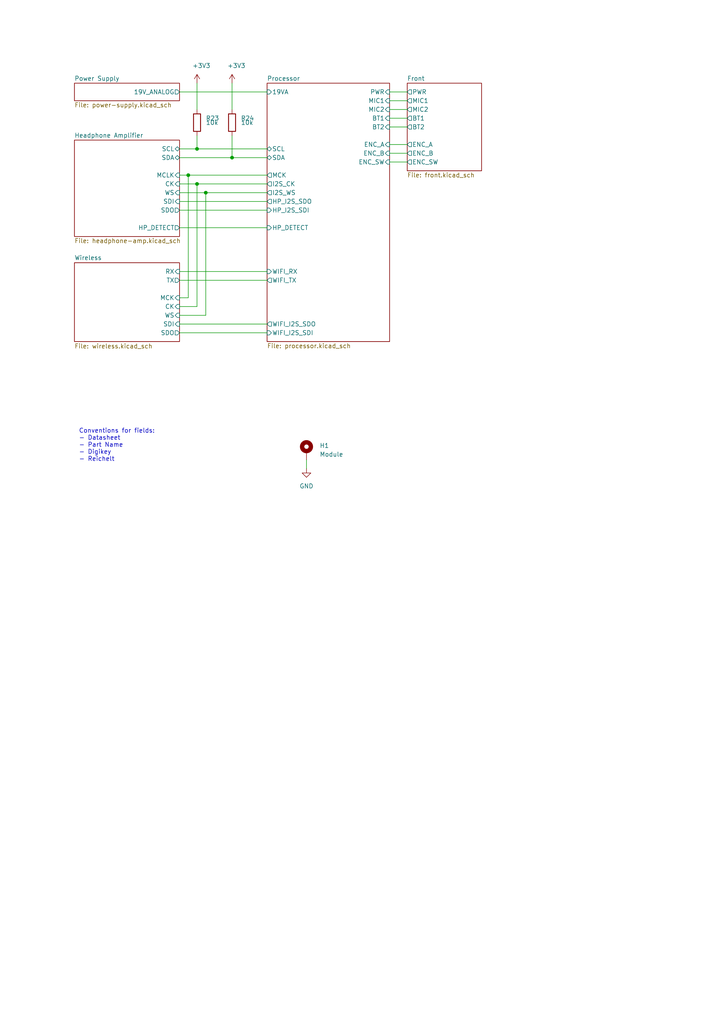
<source format=kicad_sch>
(kicad_sch (version 20210621) (generator eeschema)
  (paper "A4" portrait)
  (lib_symbols
    (symbol "Device:R" (pin_numbers hide) (pin_names (offset 0))
      (property "Reference" "R" (at 2.032 0 90))
      (property "Value" "R" (at 0 0 90))
      (symbol "R_0_1"
        (rectangle (start -1.016 -2.54) (end 1.016 2.54) (stroke (width 0.254)))
      )
      (symbol "R_1_1"
        (pin passive line (at 0 3.81 270) (length 1.27) (name "~") (number "1"))
        (pin passive line (at 0 -3.81 90) (length 1.27) (name "~") (number "2"))
      )
    )
    (symbol "Mechanical:MountingHole_Pad" (pin_numbers hide) (pin_names (offset 1.016) hide)
      (property "Reference" "H" (at 0 6.35 0))
      (property "Value" "MountingHole_Pad" (at 0 4.445 0))
      (symbol "MountingHole_Pad_0_1"
        (circle (center 0 1.27) (radius 1.27) (stroke (width 1.27)) (stroke (width 1.27)))
      )
      (symbol "MountingHole_Pad_1_1"
        (pin input line (at 0 -2.54 90) (length 2.54) (name "1") (number "1"))
      )
    )
    (symbol "power:+3V3" (power) (pin_names (offset 0))
      (property "Value" "+3V3" (at 0 3.556 0))
      (symbol "+3V3_0_1"
        (polyline (pts (xy -0.762 1.27) (xy 0 2.54)))
        (polyline (pts (xy 0 0) (xy 0 2.54)))
        (polyline (pts (xy 0 2.54) (xy 0.762 1.27)))
      )
      (symbol "+3V3_1_1"
        (pin power_in line (at 0 0 90) (length 0) hide (name "+3V3") (number "1"))
      )
    )
    (symbol "power:GND" (power) (pin_names (offset 0))
      (property "Value" "GND" (at 0 -3.81 0))
      (symbol "GND_0_1"
        (polyline (pts (xy 0 0) (xy 0 -1.27) (xy 1.27 -1.27) (xy 0 -2.54) (xy -1.27 -1.27) (xy 0 -1.27)))
      )
      (symbol "GND_1_1"
        (pin power_in line (at 0 0 270) (length 0) hide (name "GND") (number "1"))
      )
    )
  )
  (junction (at 54.61 50.8))
  (junction (at 57.15 43.18) (diameter 0.9144))
  (junction (at 57.15 53.34))
  (junction (at 59.69 55.88))
  (junction (at 67.31 45.72) (diameter 0.9144))
  (wire (pts (xy 52.07 26.67) (xy 77.47 26.67)))
  (wire (pts (xy 52.07 43.18) (xy 57.15 43.18)))
  (wire (pts (xy 52.07 45.72) (xy 67.31 45.72)))
  (wire (pts (xy 52.07 50.8) (xy 54.61 50.8)))
  (wire (pts (xy 52.07 53.34) (xy 57.15 53.34)))
  (wire (pts (xy 52.07 55.88) (xy 59.69 55.88)))
  (wire (pts (xy 52.07 58.42) (xy 77.47 58.42)))
  (wire (pts (xy 52.07 60.96) (xy 77.47 60.96)))
  (wire (pts (xy 52.07 66.04) (xy 77.47 66.04)))
  (wire (pts (xy 52.07 78.74) (xy 77.47 78.74)))
  (wire (pts (xy 52.07 81.28) (xy 77.47 81.28)))
  (wire (pts (xy 52.07 86.36) (xy 54.61 86.36)))
  (wire (pts (xy 52.07 88.9) (xy 57.15 88.9)))
  (wire (pts (xy 52.07 91.44) (xy 59.69 91.44)))
  (wire (pts (xy 52.07 93.98) (xy 77.47 93.98)))
  (wire (pts (xy 52.07 96.52) (xy 77.47 96.52)))
  (wire (pts (xy 54.61 50.8) (xy 77.47 50.8)))
  (wire (pts (xy 54.61 86.36) (xy 54.61 50.8)))
  (wire (pts (xy 57.15 24.13) (xy 57.15 31.75)))
  (wire (pts (xy 57.15 43.18) (xy 57.15 39.37)))
  (wire (pts (xy 57.15 43.18) (xy 77.47 43.18)))
  (wire (pts (xy 57.15 53.34) (xy 77.47 53.34)))
  (wire (pts (xy 57.15 88.9) (xy 57.15 53.34)))
  (wire (pts (xy 59.69 55.88) (xy 77.47 55.88)))
  (wire (pts (xy 59.69 91.44) (xy 59.69 55.88)))
  (wire (pts (xy 67.31 24.13) (xy 67.31 31.75)))
  (wire (pts (xy 67.31 45.72) (xy 67.31 39.37)))
  (wire (pts (xy 67.31 45.72) (xy 77.47 45.72)))
  (wire (pts (xy 88.9 133.35) (xy 88.9 135.89)))
  (wire (pts (xy 113.03 26.67) (xy 118.11 26.67)))
  (wire (pts (xy 113.03 29.21) (xy 118.11 29.21)))
  (wire (pts (xy 113.03 31.75) (xy 118.11 31.75)))
  (wire (pts (xy 113.03 34.29) (xy 118.11 34.29)))
  (wire (pts (xy 113.03 36.83) (xy 118.11 36.83)))
  (wire (pts (xy 113.03 41.91) (xy 118.11 41.91)))
  (wire (pts (xy 113.03 44.45) (xy 118.11 44.45)))
  (wire (pts (xy 113.03 46.99) (xy 118.11 46.99)))
  (text "Conventions for fields:\n- Datasheet\n- Part Name\n- Digikey\n- Reichelt" (at 22.86 133.985 0) (effects (font (size 1.27 1.27)) (justify left bottom)))
  (symbol (lib_id "power:+3V3") (at 57.15 24.13 0) (unit 1)
    (property "Reference" "#PWR0157" (effects hide))
    (property "Value" "+3V3" (at 58.42 19.05 0))
  )
  (symbol (lib_id "power:+3V3") (at 67.31 24.13 0) (unit 1)
    (property "Reference" "#PWR0158" (effects hide))
    (property "Value" "+3V3" (at 68.58 19.05 0))
  )
  (symbol (lib_id "power:GND") (at 88.9 135.89 0) (unit 1)
    (property "Reference" "#PWR0177" (effects hide))
    (property "Value" "GND" (at 88.9 140.97 0))
  )
  (symbol (lib_id "Device:R") (at 57.15 35.56 0) (unit 1)
    (property "Reference" "R23" (at 59.69 34.29 0) (effects (justify left)))
    (property "Value" "10k" (at 59.69 35.56 0) (effects (justify left)))
    (property "Footprint" "Resistor_SMD:R_0603_1608Metric" (effects hide))
    (property "Mouser" "652-CR0603FX-1002ELF" (effects hide))
    (property "Part Name" "Bourns CR0603-FX-1002ELF" (effects hide))
  )
  (symbol (lib_id "Device:R") (at 67.31 35.56 0) (unit 1)
    (property "Reference" "R24" (at 69.85 34.29 0) (effects (justify left)))
    (property "Value" "10k" (at 69.85 35.56 0) (effects (justify left)))
    (property "Footprint" "Resistor_SMD:R_0603_1608Metric" (effects hide))
    (property "Mouser" "652-CR0603FX-1002ELF" (effects hide))
    (property "Part Name" "Bourns CR0603-FX-1002ELF" (effects hide))
  )
  (symbol (lib_id "Mechanical:MountingHole_Pad") (at 88.9 130.81 0) (unit 1)
    (property "Reference" "H1" (at 92.71 129.2224 0) (effects (justify left)))
    (property "Value" "Module" (at 92.71 131.7624 0) (effects (justify left)))
    (property "Footprint" "HackAmp-Footprints:HackAmp-Module" (effects hide))
  )
  (sheet (at 118.11 24.13) (size 21.59 25.4)
    (property "Schaltplanname" "Front" (at 118.11 23.4945 0) (effects (justify left bottom)))
    (property "Dateiname Blatt" "front.kicad_sch" (at 118.11 50.0385 0) (effects (justify left top)))
    (pin "PWR" output (at 118.11 26.67 180))
    (pin "ENC_B" output (at 118.11 44.45 180))
    (pin "ENC_A" output (at 118.11 41.91 180))
    (pin "ENC_SW" output (at 118.11 46.99 180))
    (pin "MIC1" output (at 118.11 29.21 180))
    (pin "BT2" output (at 118.11 36.83 180))
    (pin "MIC2" output (at 118.11 31.75 180))
    (pin "BT1" output (at 118.11 34.29 180))
  )
  (sheet (at 21.59 40.64) (size 30.48 27.94)
    (property "Schaltplanname" "Headphone Amplifier" (at 21.59 40.0045 0) (effects (justify left bottom)))
    (property "Dateiname Blatt" "headphone-amp.kicad_sch" (at 21.59 69.0885 0) (effects (justify left top)))
    (pin "HP_DETECT" output (at 52.07 66.04 0))
    (pin "MCLK" input (at 52.07 50.8 0))
    (pin "CK" input (at 52.07 53.34 0))
    (pin "WS" input (at 52.07 55.88 0))
    (pin "SDI" input (at 52.07 58.42 0))
    (pin "SDO" output (at 52.07 60.96 0))
    (pin "SCL" bidirectional (at 52.07 43.18 0))
    (pin "SDA" bidirectional (at 52.07 45.72 0))
  )
  (sheet (at 21.59 24.13) (size 30.48 5.08)
    (property "Schaltplanname" "Power Supply" (at 21.59 23.4945 0) (effects (justify left bottom)))
    (property "Dateiname Blatt" "power-supply.kicad_sch" (at 21.59 29.7185 0) (effects (justify left top)))
    (pin "19V_ANALOG" output (at 52.07 26.67 0))
  )
  (sheet (at 77.47 24.13) (size 35.56 74.93)
    (property "Schaltplanname" "Processor" (at 77.47 23.4945 0) (effects (justify left bottom)))
    (property "Dateiname Blatt" "processor.kicad_sch" (at 77.47 99.5685 0) (effects (justify left top)))
    (pin "MCK" output (at 77.47 50.8 180))
    (pin "I2S_CK" output (at 77.47 53.34 180))
    (pin "I2S_WS" output (at 77.47 55.88 180))
    (pin "HP_I2S_SDI" input (at 77.47 60.96 180))
    (pin "HP_I2S_SDO" output (at 77.47 58.42 180))
    (pin "SDA" bidirectional (at 77.47 45.72 180))
    (pin "SCL" bidirectional (at 77.47 43.18 180))
    (pin "HP_DETECT" input (at 77.47 66.04 180))
    (pin "PWR" input (at 113.03 26.67 0))
    (pin "MIC1" input (at 113.03 29.21 0))
    (pin "MIC2" input (at 113.03 31.75 0))
    (pin "BT1" input (at 113.03 34.29 0))
    (pin "BT2" input (at 113.03 36.83 0))
    (pin "ENC_A" input (at 113.03 41.91 0))
    (pin "ENC_B" input (at 113.03 44.45 0))
    (pin "ENC_SW" input (at 113.03 46.99 0))
    (pin "19VA" input (at 77.47 26.67 180))
    (pin "WIFI_I2S_SDO" output (at 77.47 93.98 180))
    (pin "WIFI_RX" input (at 77.47 78.74 180))
    (pin "WIFI_TX" output (at 77.47 81.28 180))
    (pin "WIFI_I2S_SDI" input (at 77.47 96.52 180))
  )
  (sheet (at 21.59 76.2) (size 30.48 22.86) (stroke (width 0.1524))
    (property "Schaltplanname" "Wireless" (at 21.59 75.4884 0) (effects (justify left bottom)))
    (property "Dateiname Blatt" "wireless.kicad_sch" (at 21.59 99.6446 0) (effects (justify left top)))
    (pin "MCK" input (at 52.07 86.36 0))
    (pin "RX" input (at 52.07 78.74 0))
    (pin "TX" output (at 52.07 81.28 0))
    (pin "WS" input (at 52.07 91.44 0))
    (pin "CK" input (at 52.07 88.9 0))
    (pin "SDI" input (at 52.07 93.98 0))
    (pin "SDO" output (at 52.07 96.52 0))
  )
)
</source>
